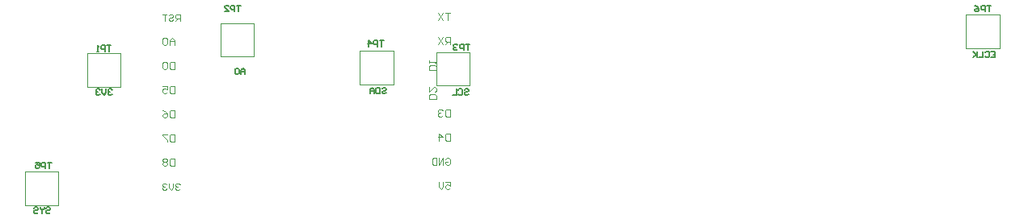
<source format=gbo>
G04*
G04 #@! TF.GenerationSoftware,Altium Limited,Altium Designer,21.5.1 (32)*
G04*
G04 Layer_Color=32896*
%FSLAX25Y25*%
%MOIN*%
G70*
G04*
G04 #@! TF.SameCoordinates,804D03E9-ECC6-49F7-9CEA-4D12CAEBA4D3*
G04*
G04*
G04 #@! TF.FilePolarity,Positive*
G04*
G01*
G75*
%ADD13C,0.00394*%
%ADD20C,0.00500*%
%ADD21C,0.00446*%
%ADD22C,0.00408*%
D13*
X394610Y148110D02*
Y161890D01*
Y148110D02*
X408390D01*
Y161890D01*
X394610D02*
X408390D01*
X32110Y132110D02*
Y145890D01*
Y132110D02*
X45890D01*
Y145890D01*
X32110D02*
X45890D01*
X87110Y144610D02*
Y158390D01*
Y144610D02*
X100890D01*
Y158390D01*
X87110D02*
X100890D01*
X176110Y132610D02*
Y146390D01*
Y132610D02*
X189890D01*
Y146390D01*
X176110D02*
X189890D01*
X144610Y133110D02*
Y146890D01*
Y133110D02*
X158390D01*
Y146890D01*
X144610D02*
X158390D01*
X6382Y83110D02*
Y96890D01*
Y83110D02*
X20161D01*
Y96890D01*
X6382D02*
X20161D01*
D20*
X404916Y146750D02*
X406582D01*
Y144250D01*
X404916D01*
X406582Y145500D02*
X405749D01*
X402417Y146333D02*
X402833Y146750D01*
X403666D01*
X404083Y146333D01*
Y144667D01*
X403666Y144250D01*
X402833D01*
X402417Y144667D01*
X401583Y146750D02*
Y144250D01*
X399917D01*
X399084Y146750D02*
Y144250D01*
Y145083D01*
X397418Y146750D01*
X398668Y145500D01*
X397418Y144250D01*
X404832Y165750D02*
X403166D01*
X403999D01*
Y163250D01*
X402333D02*
Y165750D01*
X401084D01*
X400667Y165333D01*
Y164500D01*
X401084Y164084D01*
X402333D01*
X398168Y165750D02*
X399001Y165333D01*
X399834Y164500D01*
Y163667D01*
X399417Y163250D01*
X398584D01*
X398168Y163667D01*
Y164084D01*
X398584Y164500D01*
X399834D01*
X42332Y130833D02*
X41916Y131250D01*
X41083D01*
X40666Y130833D01*
Y130417D01*
X41083Y130000D01*
X41499D01*
X41083D01*
X40666Y129584D01*
Y129167D01*
X41083Y128750D01*
X41916D01*
X42332Y129167D01*
X39833Y131250D02*
Y129584D01*
X39000Y128750D01*
X38167Y129584D01*
Y131250D01*
X37334Y130833D02*
X36917Y131250D01*
X36084D01*
X35668Y130833D01*
Y130417D01*
X36084Y130000D01*
X36501D01*
X36084D01*
X35668Y129584D01*
Y129167D01*
X36084Y128750D01*
X36917D01*
X37334Y129167D01*
X41916Y149250D02*
X40250D01*
X41083D01*
Y146750D01*
X39417D02*
Y149250D01*
X38167D01*
X37750Y148833D01*
Y148000D01*
X38167Y147583D01*
X39417D01*
X36917Y146750D02*
X36084D01*
X36501D01*
Y149250D01*
X36917Y148833D01*
X97134Y137199D02*
Y138866D01*
X96301Y139699D01*
X95468Y138866D01*
Y137199D01*
Y138449D01*
X97134D01*
X94635Y139282D02*
X94219Y139699D01*
X93385D01*
X92969Y139282D01*
Y137616D01*
X93385Y137199D01*
X94219D01*
X94635Y137616D01*
Y139282D01*
X95385Y165799D02*
X93719D01*
X94552D01*
Y163299D01*
X92886D02*
Y165799D01*
X91636D01*
X91220Y165382D01*
Y164549D01*
X91636Y164132D01*
X92886D01*
X88720Y163299D02*
X90386D01*
X88720Y164966D01*
Y165382D01*
X89137Y165799D01*
X89970D01*
X90386Y165382D01*
X187666Y130833D02*
X188083Y131250D01*
X188916D01*
X189332Y130833D01*
Y130417D01*
X188916Y130000D01*
X188083D01*
X187666Y129584D01*
Y129167D01*
X188083Y128750D01*
X188916D01*
X189332Y129167D01*
X185167Y130833D02*
X185583Y131250D01*
X186416D01*
X186833Y130833D01*
Y129167D01*
X186416Y128750D01*
X185583D01*
X185167Y129167D01*
X184334Y131250D02*
Y128750D01*
X182668D01*
X189832Y149750D02*
X188166D01*
X188999D01*
Y147250D01*
X187333D02*
Y149750D01*
X186083D01*
X185667Y149333D01*
Y148500D01*
X186083Y148083D01*
X187333D01*
X184834Y149333D02*
X184417Y149750D01*
X183584D01*
X183168Y149333D01*
Y148916D01*
X183584Y148500D01*
X184001D01*
X183584D01*
X183168Y148083D01*
Y147667D01*
X183584Y147250D01*
X184417D01*
X184834Y147667D01*
X153666Y131333D02*
X154083Y131750D01*
X154916D01*
X155332Y131333D01*
Y130917D01*
X154916Y130500D01*
X154083D01*
X153666Y130084D01*
Y129667D01*
X154083Y129250D01*
X154916D01*
X155332Y129667D01*
X152833Y131750D02*
Y129250D01*
X151584D01*
X151167Y129667D01*
Y131333D01*
X151584Y131750D01*
X152833D01*
X150334Y129250D02*
Y130917D01*
X149501Y131750D01*
X148668Y130917D01*
Y129250D01*
Y130500D01*
X150334D01*
X154332Y151250D02*
X152666D01*
X153499D01*
Y148750D01*
X151833D02*
Y151250D01*
X150584D01*
X150167Y150833D01*
Y150000D01*
X150584Y149583D01*
X151833D01*
X148084Y148750D02*
Y151250D01*
X149334Y150000D01*
X147668D01*
X15166Y81833D02*
X15583Y82250D01*
X16416D01*
X16832Y81833D01*
Y81416D01*
X16416Y81000D01*
X15583D01*
X15166Y80584D01*
Y80167D01*
X15583Y79750D01*
X16416D01*
X16832Y80167D01*
X14333Y82250D02*
Y81833D01*
X13500Y81000D01*
X12667Y81833D01*
Y82250D01*
X13500Y81000D02*
Y79750D01*
X10168Y81833D02*
X10584Y82250D01*
X11417D01*
X11834Y81833D01*
Y81416D01*
X11417Y81000D01*
X10584D01*
X10168Y80584D01*
Y80167D01*
X10584Y79750D01*
X11417D01*
X11834Y80167D01*
X17332Y100750D02*
X15666D01*
X16499D01*
Y98250D01*
X14833D02*
Y100750D01*
X13584D01*
X13167Y100333D01*
Y99500D01*
X13584Y99084D01*
X14833D01*
X10668Y100750D02*
X12334D01*
Y99500D01*
X11501Y99916D01*
X11084D01*
X10668Y99500D01*
Y98667D01*
X11084Y98250D01*
X11917D01*
X12334Y98667D01*
D21*
X175974Y127000D02*
X173000D01*
Y128487D01*
X173496Y128983D01*
X175478D01*
X175974Y128487D01*
Y127000D01*
X173000Y131957D02*
Y129974D01*
X174983Y131957D01*
X175478D01*
X175974Y131461D01*
Y130470D01*
X175478Y129974D01*
X181653Y162761D02*
X179671D01*
X180662D01*
Y159787D01*
X178680Y162761D02*
X176697Y159787D01*
Y162761D02*
X178680Y159787D01*
X181653Y149787D02*
Y152761D01*
X180166D01*
X179671Y152266D01*
Y151274D01*
X180166Y150779D01*
X181653D01*
X180662D02*
X179671Y149787D01*
X178680Y152761D02*
X176697Y149787D01*
Y152761D02*
X178680Y149787D01*
X181653Y122761D02*
Y119787D01*
X180166D01*
X179671Y120283D01*
Y122266D01*
X180166Y122761D01*
X181653D01*
X178680Y122266D02*
X178184Y122761D01*
X177192D01*
X176697Y122266D01*
Y121770D01*
X177192Y121274D01*
X177688D01*
X177192D01*
X176697Y120779D01*
Y120283D01*
X177192Y119787D01*
X178184D01*
X178680Y120283D01*
X181653Y112761D02*
Y109787D01*
X180166D01*
X179671Y110283D01*
Y112266D01*
X180166Y112761D01*
X181653D01*
X177192Y109787D02*
Y112761D01*
X178680Y111274D01*
X176697D01*
X175974Y139000D02*
X173000D01*
Y140487D01*
X173496Y140983D01*
X175478D01*
X175974Y140487D01*
Y139000D01*
X173000Y141974D02*
Y142965D01*
Y142470D01*
X175974D01*
X175478Y141974D01*
X68089Y132368D02*
Y129394D01*
X66602D01*
X66107Y129889D01*
Y131872D01*
X66602Y132368D01*
X68089D01*
X63133D02*
X65115D01*
Y130881D01*
X64124Y131376D01*
X63628D01*
X63133Y130881D01*
Y129889D01*
X63628Y129394D01*
X64620D01*
X65115Y129889D01*
X68089Y142368D02*
Y139394D01*
X66602D01*
X66107Y139889D01*
Y141872D01*
X66602Y142368D01*
X68089D01*
X65115Y141872D02*
X64620Y142368D01*
X63628D01*
X63133Y141872D01*
Y139889D01*
X63628Y139394D01*
X64620D01*
X65115Y139889D01*
Y141872D01*
X68089Y102368D02*
Y99394D01*
X66602D01*
X66107Y99889D01*
Y101872D01*
X66602Y102368D01*
X68089D01*
X65115Y101872D02*
X64620Y102368D01*
X63628D01*
X63133Y101872D01*
Y101376D01*
X63628Y100881D01*
X63133Y100385D01*
Y99889D01*
X63628Y99394D01*
X64620D01*
X65115Y99889D01*
Y100385D01*
X64620Y100881D01*
X65115Y101376D01*
Y101872D01*
X64620Y100881D02*
X63628D01*
X68089Y149394D02*
Y151376D01*
X67098Y152368D01*
X66107Y151376D01*
Y149394D01*
Y150881D01*
X68089D01*
X65115Y151872D02*
X64620Y152368D01*
X63628D01*
X63133Y151872D01*
Y149889D01*
X63628Y149394D01*
X64620D01*
X65115Y149889D01*
Y151872D01*
X68089Y122368D02*
Y119394D01*
X66602D01*
X66107Y119889D01*
Y121872D01*
X66602Y122368D01*
X68089D01*
X63133D02*
X64124Y121872D01*
X65115Y120881D01*
Y119889D01*
X64620Y119394D01*
X63628D01*
X63133Y119889D01*
Y120385D01*
X63628Y120881D01*
X65115D01*
X68089Y112368D02*
Y109394D01*
X66602D01*
X66107Y109889D01*
Y111872D01*
X66602Y112368D01*
X68089D01*
X65115D02*
X63133D01*
Y111872D01*
X65115Y109889D01*
Y109394D01*
D22*
X179841Y102053D02*
X180294Y102506D01*
X181200D01*
X181653Y102053D01*
Y100241D01*
X181200Y99787D01*
X180294D01*
X179841Y100241D01*
Y101147D01*
X180747D01*
X178934Y99787D02*
Y102506D01*
X177122Y99787D01*
Y102506D01*
X176215D02*
Y99787D01*
X174856D01*
X174403Y100241D01*
Y102053D01*
X174856Y102506D01*
X176215D01*
X179841Y92506D02*
X181653D01*
Y91147D01*
X180747Y91600D01*
X180294D01*
X179841Y91147D01*
Y90241D01*
X180294Y89787D01*
X181200D01*
X181653Y90241D01*
X178934Y92506D02*
Y90694D01*
X178028Y89787D01*
X177122Y90694D01*
Y92506D01*
X70307Y91660D02*
X69854Y92113D01*
X68948D01*
X68494Y91660D01*
Y91206D01*
X68948Y90753D01*
X69401D01*
X68948D01*
X68494Y90300D01*
Y89847D01*
X68948Y89394D01*
X69854D01*
X70307Y89847D01*
X67588Y92113D02*
Y90300D01*
X66682Y89394D01*
X65775Y90300D01*
Y92113D01*
X64869Y91660D02*
X64416Y92113D01*
X63509D01*
X63056Y91660D01*
Y91206D01*
X63509Y90753D01*
X63963D01*
X63509D01*
X63056Y90300D01*
Y89847D01*
X63509Y89394D01*
X64416D01*
X64869Y89847D01*
X70307Y159394D02*
Y162113D01*
X68948D01*
X68494Y161660D01*
Y160753D01*
X68948Y160300D01*
X70307D01*
X69401D02*
X68494Y159394D01*
X65775Y161660D02*
X66228Y162113D01*
X67135D01*
X67588Y161660D01*
Y161206D01*
X67135Y160753D01*
X66228D01*
X65775Y160300D01*
Y159847D01*
X66228Y159394D01*
X67135D01*
X67588Y159847D01*
X64869Y162113D02*
X63056D01*
X63963D01*
Y159394D01*
M02*

</source>
